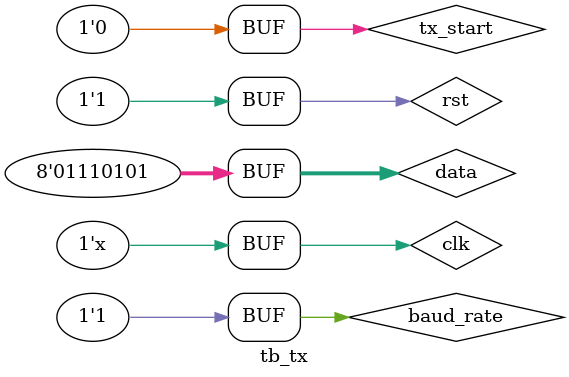
<source format=v>

module tb_tx();
    reg clk, rst, tx_start, baud_rate;
    wire tx_done, tx;
    reg [7:0] data;

    TX u_tx(
        .clk(clk),
        .rst(rst),
        .i_baud_rate(baud_rate),
        .i_tx_start(tx_start),
        .i_data(data),
        .o_tx_done(tx_done),
        .o_tx(tx)
    );

    initial begin
        clk = 0;
        rst = 0;
        baud_rate = 0;
        tx_start = 0;

        #2 rst = 1;
        #2 baud_rate = 1;
        #2 data = 8'b01110101;
        #2 tx_start = 1;
        #2 tx_start = 0;

        #1000 tx_start = 1;
        #2 tx_start = 0;
        
    end

    always #1 clk = ~clk;

endmodule

</source>
